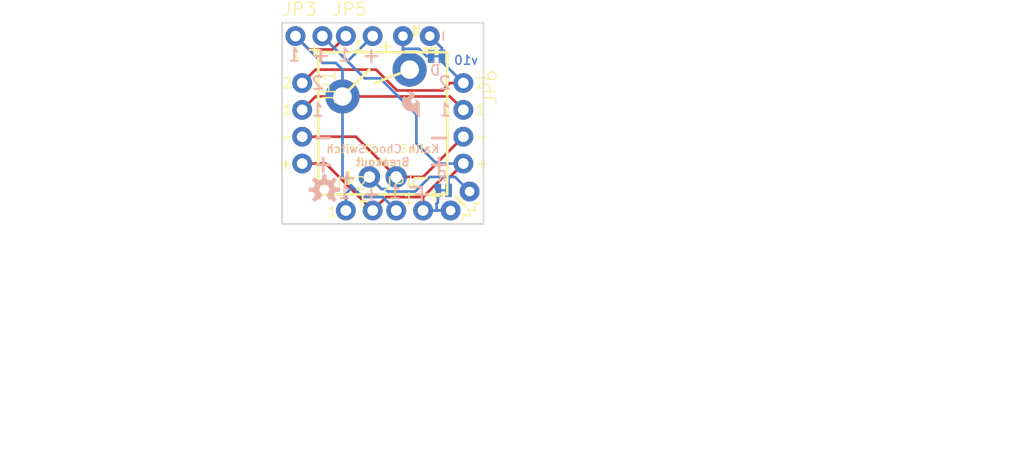
<source format=kicad_pcb>
(kicad_pcb (version 20171130) (host pcbnew "(5.1.2)-1")

  (general
    (thickness 1.6)
    (drawings 73)
    (tracks 68)
    (zones 0)
    (modules 16)
    (nets 7)
  )

  (page A4)
  (layers
    (0 Top signal)
    (31 Bottom signal)
    (32 B.Adhes user)
    (33 F.Adhes user)
    (34 B.Paste user)
    (35 F.Paste user)
    (36 B.SilkS user)
    (37 F.SilkS user)
    (38 B.Mask user)
    (39 F.Mask user)
    (40 Dwgs.User user hide)
    (41 Cmts.User user)
    (42 Eco1.User user)
    (43 Eco2.User user)
    (44 Edge.Cuts user)
    (45 Margin user)
    (46 B.CrtYd user)
    (47 F.CrtYd user)
    (48 B.Fab user)
    (49 F.Fab user)
  )

  (setup
    (last_trace_width 0.25)
    (trace_clearance 0.2)
    (zone_clearance 0.508)
    (zone_45_only no)
    (trace_min 0.2)
    (via_size 0.8)
    (via_drill 0.4)
    (via_min_size 0.4)
    (via_min_drill 0.3)
    (uvia_size 0.3)
    (uvia_drill 0.1)
    (uvias_allowed no)
    (uvia_min_size 0.2)
    (uvia_min_drill 0.1)
    (edge_width 0.05)
    (segment_width 0.2)
    (pcb_text_width 0.3)
    (pcb_text_size 1.5 1.5)
    (mod_edge_width 0.12)
    (mod_text_size 1 1)
    (mod_text_width 0.15)
    (pad_size 1.524 1.524)
    (pad_drill 0.762)
    (pad_to_mask_clearance 0.051)
    (solder_mask_min_width 0.25)
    (aux_axis_origin 0 0)
    (visible_elements FFF9FF7F)
    (pcbplotparams
      (layerselection 0x010fc_ffffffff)
      (usegerberextensions false)
      (usegerberattributes false)
      (usegerberadvancedattributes false)
      (creategerberjobfile false)
      (excludeedgelayer true)
      (linewidth 0.101600)
      (plotframeref false)
      (viasonmask false)
      (mode 1)
      (useauxorigin false)
      (hpglpennumber 1)
      (hpglpenspeed 20)
      (hpglpendiameter 15.000000)
      (psnegative false)
      (psa4output false)
      (plotreference true)
      (plotvalue true)
      (plotinvisibletext false)
      (padsonsilk false)
      (subtractmaskfromsilk false)
      (outputformat 1)
      (mirror false)
      (drillshape 1)
      (scaleselection 1)
      (outputdirectory ""))
  )

  (net 0 "")
  (net 1 "Net-(D1-PadA)")
  (net 2 /SWITCH1)
  (net 3 /LEDC)
  (net 4 "Net-(R1-PadP$2)")
  (net 5 /LEDA)
  (net 6 /SWITCH2)

  (net_class Default "This is the default net class."
    (clearance 0.2)
    (trace_width 0.25)
    (via_dia 0.8)
    (via_drill 0.4)
    (uvia_dia 0.3)
    (uvia_drill 0.1)
    (add_net /LEDA)
    (add_net /LEDC)
    (add_net /SWITCH1)
    (add_net /SWITCH2)
    (add_net "Net-(D1-PadA)")
    (add_net "Net-(R1-PadP$2)")
  )

  (module SparkFun-Cherry-MX-Switch-Breakout:CREATIVE_COMMONS (layer Top) (tedit 0) (tstamp 5DB0BA3E)
    (at 132.6261 136.1186)
    (path /CC96BE83)
    (fp_text reference FRAME1 (at 0 0) (layer F.SilkS) hide
      (effects (font (size 1.27 1.27) (thickness 0.15)))
    )
    (fp_text value FRAME-LETTER (at 0 0) (layer F.SilkS) hide
      (effects (font (size 1.27 1.27) (thickness 0.15)))
    )
    (fp_text user "Designed by:" (at 11.43 0) (layer F.Fab)
      (effects (font (size 1.6891 1.6891) (thickness 0.14224)) (justify left bottom))
    )
    (fp_text user " https://creativecommons.org/licenses/by-sa/4.0/" (at 0 -2.54) (layer F.Fab)
      (effects (font (size 1.6891 1.6891) (thickness 0.14224)) (justify left bottom))
    )
    (fp_text user "Released under the Creative Commons Attribution Share-Alike 4.0 License" (at -20.32 -5.08) (layer F.Fab)
      (effects (font (size 1.6891 1.6891) (thickness 0.14224)) (justify left bottom))
    )
  )

  (module SparkFun-Cherry-MX-Switch-Breakout:CHERRY-MX-LED (layer Top) (tedit 0) (tstamp 5DB0BA44)
    (at 148.5011 105.0036)
    (path /788C9994)
    (fp_text reference S1 (at 0 0) (layer F.SilkS) hide
      (effects (font (size 1.27 1.27) (thickness 0.15)))
    )
    (fp_text value CHERRY-MX-LED (at 0 0) (layer F.SilkS) hide
      (effects (font (size 1.27 1.27) (thickness 0.15)))
    )
    (fp_line (start -6.096 6.731) (end -6.096 -6.731) (layer F.SilkS) (width 0.254))
    (fp_line (start 6.096 6.731) (end -6.096 6.731) (layer F.SilkS) (width 0.254))
    (fp_line (start 6.096 -6.731) (end 6.096 6.731) (layer F.SilkS) (width 0.254))
    (fp_line (start -6.096 -6.731) (end 6.096 -6.731) (layer F.SilkS) (width 0.254))
    (fp_line (start 2.54 -5.08) (end -0.762 -3.81) (layer F.SilkS) (width 0.254))
    (fp_line (start -3.81 -2.54) (end -1.27 -5.08) (layer F.SilkS) (width 0.254))
    (fp_line (start -0.762 6.731) (end -3.175 6.731) (layer F.Fab) (width 0.254))
    (fp_line (start 0.762 7.747) (end -0.762 7.747) (layer F.Fab) (width 0.254))
    (fp_line (start -0.762 7.747) (end -0.762 6.731) (layer F.Fab) (width 0.254))
    (fp_line (start 0.762 6.731) (end 0.762 7.747) (layer F.Fab) (width 0.254))
    (fp_line (start 3.175 6.731) (end 0.762 6.731) (layer F.Fab) (width 0.254))
    (fp_line (start 0.762 -6.731) (end 3.175 -6.731) (layer F.Fab) (width 0.254))
    (fp_line (start 0.762 -7.747) (end 0.762 -6.731) (layer F.Fab) (width 0.254))
    (fp_line (start -0.762 -7.747) (end 0.762 -7.747) (layer F.Fab) (width 0.254))
    (fp_line (start -0.762 -6.731) (end -0.762 -7.747) (layer F.Fab) (width 0.254))
    (fp_line (start -3.175 -6.731) (end -0.762 -6.731) (layer F.Fab) (width 0.254))
    (fp_line (start -6.731 6.731) (end -6.731 -6.731) (layer F.Fab) (width 0.254))
    (fp_line (start -6.731 6.731) (end -7.747 6.731) (layer F.Fab) (width 0.254))
    (fp_arc (start -6.731 6.731) (end -7.747 6.731) (angle -90) (layer F.Fab) (width 0.254))
    (fp_line (start -6.731 7.747) (end -3.175 7.747) (layer F.Fab) (width 0.254))
    (fp_line (start -3.175 7.747) (end -3.175 6.731) (layer F.Fab) (width 0.254))
    (fp_line (start 3.175 7.747) (end 3.175 6.731) (layer F.Fab) (width 0.254))
    (fp_line (start 6.731 7.747) (end 3.175 7.747) (layer F.Fab) (width 0.254))
    (fp_arc (start 6.731 6.731) (end 7.747 6.731) (angle 90) (layer F.Fab) (width 0.254))
    (fp_line (start 6.731 6.731) (end 7.747 6.731) (layer F.Fab) (width 0.254))
    (fp_line (start 6.731 -6.731) (end 6.731 6.731) (layer F.Fab) (width 0.254))
    (fp_line (start 6.731 -7.747) (end 3.175 -7.747) (layer F.Fab) (width 0.254))
    (fp_arc (start 6.731 -6.731) (end 7.747 -6.731) (angle -90) (layer F.Fab) (width 0.254))
    (fp_line (start 6.731 -6.731) (end 7.747 -6.731) (layer F.Fab) (width 0.254))
    (fp_line (start 3.175 -7.747) (end 3.175 -6.731) (layer F.Fab) (width 0.254))
    (fp_line (start -3.175 -7.747) (end -3.175 -6.731) (layer F.Fab) (width 0.254))
    (fp_line (start -6.731 -7.747) (end -3.175 -7.747) (layer F.Fab) (width 0.254))
    (fp_arc (start -6.731 -6.731) (end -7.747 -6.731) (angle 90) (layer F.Fab) (width 0.254))
    (fp_line (start -6.731 -6.731) (end -7.747 -6.731) (layer F.Fab) (width 0.254))
    (fp_text user - (at 2.54 5.08) (layer F.SilkS)
      (effects (font (size 1.4478 1.4478) (thickness 0.2286)) (justify left))
    )
    (fp_text user + (at -2.159 5.08) (layer F.SilkS)
      (effects (font (size 1.4478 1.4478) (thickness 0.2286)) (justify right))
    )
    (pad S2 thru_hole circle (at 2.54 -5.08) (size 3.2258 3.2258) (drill 1.7526) (layers *.Cu *.Mask)
      (net 1 "Net-(D1-PadA)") (solder_mask_margin 0.1016))
    (pad S1 thru_hole circle (at -3.81 -2.54) (size 3.2258 3.2258) (drill 1.7526) (layers *.Cu *.Mask)
      (net 2 /SWITCH1) (solder_mask_margin 0.1016))
    (pad K thru_hole circle (at 1.27 5.08) (size 2.032 2.032) (drill 1.0922) (layers *.Cu *.Mask)
      (net 3 /LEDC) (solder_mask_margin 0.1016))
    (pad A thru_hole circle (at -1.27 5.08) (size 2.032 2.032) (drill 1.0922) (layers *.Cu *.Mask)
      (net 4 "Net-(R1-PadP$2)") (solder_mask_margin 0.1016))
    (pad "" np_thru_hole circle (at 5.08 0) (size 1.706881 1.706881) (drill 1.706881) (layers *.Cu *.Mask))
    (pad "" np_thru_hole circle (at -5.08 0) (size 1.706881 1.706881) (drill 1.706881) (layers *.Cu *.Mask))
    (pad "" np_thru_hole circle (at 0 0) (size 4.0894 4.0894) (drill 4.0894) (layers *.Cu *.Mask))
  )

  (module SparkFun-Cherry-MX-Switch-Breakout:AXIAL-0.1 (layer Top) (tedit 0) (tstamp 5DB0BA72)
    (at 154.9146 113.2586 45)
    (path /B9DEF92E)
    (fp_text reference R1 (at 0 0 45) (layer F.SilkS) hide
      (effects (font (size 0.57912 0.57912) (thickness 0.046329)) (justify left bottom))
    )
    (fp_text value DNP (at 0 0 45) (layer F.SilkS) hide
      (effects (font (size 1.27 1.27) (thickness 0.15)))
    )
    (fp_line (start 1.27 0) (end 1.016 0) (layer F.SilkS) (width 0.2032))
    (fp_line (start 1.524 0) (end 1.27 0) (layer F.SilkS) (width 0.2032))
    (fp_line (start 1.27 0) (end 1.27 -0.762) (layer F.SilkS) (width 0.2032))
    (fp_line (start 1.27 0.762) (end 1.27 0) (layer F.SilkS) (width 0.2032))
    (pad P$2 thru_hole circle (at 2.54 0 45) (size 1.8796 1.8796) (drill 0.9) (layers *.Cu *.Mask)
      (net 4 "Net-(R1-PadP$2)") (solder_mask_margin 0.1016))
    (pad P$1 thru_hole circle (at 0 0 45) (size 1.8796 1.8796) (drill 0.9) (layers *.Cu *.Mask)
      (net 5 /LEDA) (solder_mask_margin 0.1016))
  )

  (module SparkFun-Cherry-MX-Switch-Breakout:DIODE-PTH-0.1 (layer Top) (tedit 0) (tstamp 5DB0BA7D)
    (at 151.6761 96.7486)
    (path /2A35FEF5)
    (fp_text reference D1 (at 0 0) (layer F.SilkS) hide
      (effects (font (size 0.38608 0.38608) (thickness 0.030886)) (justify left bottom))
    )
    (fp_text value DNP (at 0 0) (layer F.SilkS) hide
      (effects (font (size 1.27 1.27) (thickness 0.15)))
    )
    (fp_line (start 0.762 1.1938) (end 1.778 1.1938) (layer F.SilkS) (width 0.254))
    (fp_text user >Value (at 0 1.27) (layer F.Fab)
      (effects (font (size 0.43434 0.43434) (thickness 0.036576)) (justify top))
    )
    (pad C thru_hole circle (at 1.27 0) (size 1.8796 1.8796) (drill 0.9) (layers *.Cu *.Mask)
      (net 6 /SWITCH2) (solder_mask_margin 0.1016))
    (pad A thru_hole circle (at -1.27 0) (size 1.8796 1.8796) (drill 0.9) (layers *.Cu *.Mask)
      (net 1 "Net-(D1-PadA)") (solder_mask_margin 0.1016))
  )

  (module SparkFun-Cherry-MX-Switch-Breakout:PAD-JUMPER-2-NC_BY_TRACE_NO_SILK (layer Bottom) (tedit 0) (tstamp 5DB0BA85)
    (at 154.2161 111.3536)
    (path /666E743F)
    (fp_text reference SJ1 (at 0 0.889) (layer B.SilkS)
      (effects (font (size 0.38608 0.38608) (thickness 0.032512)) (justify bottom mirror))
    )
    (fp_text value JUMPER-PAD-2-NC_BY_TRACENO_SILK (at 0 -0.889) (layer B.Fab)
      (effects (font (size 0.38608 0.38608) (thickness 0.032512)) (justify top mirror))
    )
    (fp_line (start -0.381 0) (end 0.381 0) (layer Bottom) (width 0.2032))
    (pad 2 smd rect (at 0.508 0) (size 0.635 1.27) (layers Bottom B.Mask)
      (net 4 "Net-(R1-PadP$2)") (solder_mask_margin 0.1016))
    (pad 1 smd rect (at -0.508 0) (size 0.635 1.27) (layers Bottom B.Mask)
      (net 5 /LEDA) (solder_mask_margin 0.1016))
  )

  (module SparkFun-Cherry-MX-Switch-Breakout:PAD-JUMPER-2-NC_BY_TRACE_NO_SILK (layer Bottom) (tedit 0) (tstamp 5DB0BA8B)
    (at 153.5811 98.6536)
    (path /2B525D20)
    (fp_text reference SJ2 (at 0 0.889) (layer B.SilkS)
      (effects (font (size 0.38608 0.38608) (thickness 0.032512)) (justify bottom mirror))
    )
    (fp_text value JUMPER-PAD-2-NC_BY_TRACENO_SILK (at 0 -0.889) (layer B.Fab)
      (effects (font (size 0.38608 0.38608) (thickness 0.032512)) (justify top mirror))
    )
    (fp_line (start -0.381 0) (end 0.381 0) (layer Bottom) (width 0.2032))
    (pad 2 smd rect (at 0.508 0) (size 0.635 1.27) (layers Bottom B.Mask)
      (net 6 /SWITCH2) (solder_mask_margin 0.1016))
    (pad 1 smd rect (at -0.508 0) (size 0.635 1.27) (layers Bottom B.Mask)
      (net 1 "Net-(D1-PadA)") (solder_mask_margin 0.1016))
  )

  (module SparkFun-Cherry-MX-Switch-Breakout:1X04_NO_SILK_ALL_ROUND (layer Top) (tedit 0) (tstamp 5DB0BA91)
    (at 140.8811 101.1936 270)
    (path /0B60073D)
    (fp_text reference JP1 (at -1.3462 -1.8288 270) (layer F.SilkS)
      (effects (font (size 1.2065 1.2065) (thickness 0.127)) (justify right top))
    )
    (fp_text value M04NO_SILK_ALL_ROUND (at -1.27 3.175 270) (layer F.Fab)
      (effects (font (size 1.2065 1.2065) (thickness 0.1016)) (justify right top))
    )
    (fp_poly (pts (xy -0.254 0.254) (xy 0.254 0.254) (xy 0.254 -0.254) (xy -0.254 -0.254)) (layer F.Fab) (width 0))
    (fp_poly (pts (xy 2.286 0.254) (xy 2.794 0.254) (xy 2.794 -0.254) (xy 2.286 -0.254)) (layer F.Fab) (width 0))
    (fp_poly (pts (xy 4.826 0.254) (xy 5.334 0.254) (xy 5.334 -0.254) (xy 4.826 -0.254)) (layer F.Fab) (width 0))
    (fp_poly (pts (xy 7.366 0.254) (xy 7.874 0.254) (xy 7.874 -0.254) (xy 7.366 -0.254)) (layer F.Fab) (width 0))
    (pad 4 thru_hole circle (at 7.62 0) (size 1.8796 1.8796) (drill 1.016) (layers *.Cu *.Mask)
      (net 5 /LEDA) (solder_mask_margin 0.1016))
    (pad 3 thru_hole circle (at 5.08 0) (size 1.8796 1.8796) (drill 1.016) (layers *.Cu *.Mask)
      (net 3 /LEDC) (solder_mask_margin 0.1016))
    (pad 2 thru_hole circle (at 2.54 0) (size 1.8796 1.8796) (drill 1.016) (layers *.Cu *.Mask)
      (net 2 /SWITCH1) (solder_mask_margin 0.1016))
    (pad 1 thru_hole circle (at 0 0) (size 1.8796 1.8796) (drill 1.016) (layers *.Cu *.Mask)
      (net 6 /SWITCH2) (solder_mask_margin 0.1016))
  )

  (module SparkFun-Cherry-MX-Switch-Breakout:1X04_NO_SILK_ALL_ROUND (layer Top) (tedit 0) (tstamp 5DB0BA9C)
    (at 156.1211 101.1936 270)
    (path /A21E5090)
    (fp_text reference JP6 (at -1.3462 -1.8288 270) (layer F.SilkS)
      (effects (font (size 1.2065 1.2065) (thickness 0.127)) (justify right top))
    )
    (fp_text value M04NO_SILK_ALL_ROUND (at -1.27 3.175 270) (layer F.Fab)
      (effects (font (size 1.2065 1.2065) (thickness 0.1016)) (justify right top))
    )
    (fp_poly (pts (xy -0.254 0.254) (xy 0.254 0.254) (xy 0.254 -0.254) (xy -0.254 -0.254)) (layer F.Fab) (width 0))
    (fp_poly (pts (xy 2.286 0.254) (xy 2.794 0.254) (xy 2.794 -0.254) (xy 2.286 -0.254)) (layer F.Fab) (width 0))
    (fp_poly (pts (xy 4.826 0.254) (xy 5.334 0.254) (xy 5.334 -0.254) (xy 4.826 -0.254)) (layer F.Fab) (width 0))
    (fp_poly (pts (xy 7.366 0.254) (xy 7.874 0.254) (xy 7.874 -0.254) (xy 7.366 -0.254)) (layer F.Fab) (width 0))
    (pad 4 thru_hole circle (at 7.62 0) (size 1.8796 1.8796) (drill 1.016) (layers *.Cu *.Mask)
      (net 5 /LEDA) (solder_mask_margin 0.1016))
    (pad 3 thru_hole circle (at 5.08 0) (size 1.8796 1.8796) (drill 1.016) (layers *.Cu *.Mask)
      (net 3 /LEDC) (solder_mask_margin 0.1016))
    (pad 2 thru_hole circle (at 2.54 0) (size 1.8796 1.8796) (drill 1.016) (layers *.Cu *.Mask)
      (net 2 /SWITCH1) (solder_mask_margin 0.1016))
    (pad 1 thru_hole circle (at 0 0) (size 1.8796 1.8796) (drill 1.016) (layers *.Cu *.Mask)
      (net 6 /SWITCH2) (solder_mask_margin 0.1016))
  )

  (module SparkFun-Cherry-MX-Switch-Breakout:1X02_NO_SILK (layer Top) (tedit 0) (tstamp 5DB0BAA7)
    (at 140.2461 96.7486)
    (path /8182258E)
    (fp_text reference JP3 (at -1.3462 -1.8288) (layer F.SilkS)
      (effects (font (size 1.2065 1.2065) (thickness 0.127)) (justify left bottom))
    )
    (fp_text value M021X02_NO_SILK (at -1.27 3.175) (layer F.Fab)
      (effects (font (size 1.2065 1.2065) (thickness 0.1016)) (justify left bottom))
    )
    (fp_poly (pts (xy -0.254 0.254) (xy 0.254 0.254) (xy 0.254 -0.254) (xy -0.254 -0.254)) (layer F.Fab) (width 0))
    (fp_poly (pts (xy 2.286 0.254) (xy 2.794 0.254) (xy 2.794 -0.254) (xy 2.286 -0.254)) (layer F.Fab) (width 0))
    (pad 2 thru_hole circle (at 2.54 0 90) (size 1.8796 1.8796) (drill 1.016) (layers *.Cu *.Mask)
      (net 5 /LEDA) (solder_mask_margin 0.1016))
    (pad 1 thru_hole circle (at 0 0 90) (size 1.8796 1.8796) (drill 1.016) (layers *.Cu *.Mask)
      (net 2 /SWITCH1) (solder_mask_margin 0.1016))
  )

  (module SparkFun-Cherry-MX-Switch-Breakout:1X02_NO_SILK (layer Top) (tedit 0) (tstamp 5DB0BAAE)
    (at 149.7711 113.2586)
    (path /193933AB)
    (fp_text reference JP4 (at -1.3462 -1.8288) (layer F.SilkS)
      (effects (font (size 1.2065 1.2065) (thickness 0.127)) (justify left bottom))
    )
    (fp_text value M021X02_NO_SILK (at -1.27 3.175) (layer F.Fab)
      (effects (font (size 1.2065 1.2065) (thickness 0.1016)) (justify left bottom))
    )
    (fp_poly (pts (xy -0.254 0.254) (xy 0.254 0.254) (xy 0.254 -0.254) (xy -0.254 -0.254)) (layer F.Fab) (width 0))
    (fp_poly (pts (xy 2.286 0.254) (xy 2.794 0.254) (xy 2.794 -0.254) (xy 2.286 -0.254)) (layer F.Fab) (width 0))
    (pad 2 thru_hole circle (at 2.54 0 90) (size 1.8796 1.8796) (drill 1.016) (layers *.Cu *.Mask)
      (net 5 /LEDA) (solder_mask_margin 0.1016))
    (pad 1 thru_hole circle (at 0 0 90) (size 1.8796 1.8796) (drill 1.016) (layers *.Cu *.Mask)
      (net 2 /SWITCH1) (solder_mask_margin 0.1016))
  )

  (module SparkFun-Cherry-MX-Switch-Breakout:1X02_NO_SILK (layer Top) (tedit 0) (tstamp 5DB0BAB5)
    (at 145.0086 96.7486)
    (path /056852D9)
    (fp_text reference JP5 (at -1.3462 -1.8288) (layer F.SilkS)
      (effects (font (size 1.2065 1.2065) (thickness 0.127)) (justify left bottom))
    )
    (fp_text value M021X02_NO_SILK (at -1.27 3.175) (layer F.Fab)
      (effects (font (size 1.2065 1.2065) (thickness 0.1016)) (justify left bottom))
    )
    (fp_poly (pts (xy -0.254 0.254) (xy 0.254 0.254) (xy 0.254 -0.254) (xy -0.254 -0.254)) (layer F.Fab) (width 0))
    (fp_poly (pts (xy 2.286 0.254) (xy 2.794 0.254) (xy 2.794 -0.254) (xy 2.286 -0.254)) (layer F.Fab) (width 0))
    (pad 2 thru_hole circle (at 2.54 0 90) (size 1.8796 1.8796) (drill 1.016) (layers *.Cu *.Mask)
      (net 5 /LEDA) (solder_mask_margin 0.1016))
    (pad 1 thru_hole circle (at 0 0 90) (size 1.8796 1.8796) (drill 1.016) (layers *.Cu *.Mask)
      (net 2 /SWITCH1) (solder_mask_margin 0.1016))
  )

  (module SparkFun-Cherry-MX-Switch-Breakout:1X02_NO_SILK (layer Top) (tedit 0) (tstamp 5DB0BABC)
    (at 145.0086 113.2586)
    (path /BAFA783C)
    (fp_text reference JP2 (at -1.3462 -1.8288) (layer F.SilkS)
      (effects (font (size 1.2065 1.2065) (thickness 0.127)) (justify left bottom))
    )
    (fp_text value M021X02_NO_SILK (at -1.27 3.175) (layer F.Fab)
      (effects (font (size 1.2065 1.2065) (thickness 0.1016)) (justify left bottom))
    )
    (fp_poly (pts (xy -0.254 0.254) (xy 0.254 0.254) (xy 0.254 -0.254) (xy -0.254 -0.254)) (layer F.Fab) (width 0))
    (fp_poly (pts (xy 2.286 0.254) (xy 2.794 0.254) (xy 2.794 -0.254) (xy 2.286 -0.254)) (layer F.Fab) (width 0))
    (pad 2 thru_hole circle (at 2.54 0 90) (size 1.8796 1.8796) (drill 1.016) (layers *.Cu *.Mask)
      (net 5 /LEDA) (solder_mask_margin 0.1016))
    (pad 1 thru_hole circle (at 0 0 90) (size 1.8796 1.8796) (drill 1.016) (layers *.Cu *.Mask)
      (net 2 /SWITCH1) (solder_mask_margin 0.1016))
  )

  (module SparkFun-Cherry-MX-Switch-Breakout:SFE_LOGO_FLAME_.1 (layer Bottom) (tedit 0) (tstamp 5DB0BAC3)
    (at 152.3111 104.8766 180)
    (path /6CBFEB06)
    (fp_text reference LOGO2 (at 0 0 180) (layer B.SilkS) hide
      (effects (font (size 1.27 1.27) (thickness 0.15)) (justify mirror))
    )
    (fp_text value SFE_LOGO_FLAME.1_INCH (at 0 0 180) (layer B.SilkS) hide
      (effects (font (size 1.27 1.27) (thickness 0.15)) (justify mirror))
    )
    (fp_poly (pts (xy 1.7 2.49) (xy 1.7 2.4) (xy 1.69 2.37) (xy 1.68 2.35)
      (xy 1.65 2.32) (xy 1.62 2.31) (xy 1.59 2.31) (xy 1.51 2.33)
      (xy 1.47 2.35) (xy 1.44 2.37) (xy 1.4 2.4) (xy 1.34 2.46)
      (xy 1.3 2.52) (xy 1.29 2.56) (xy 1.29 2.62) (xy 1.3 2.65)
      (xy 1.31 2.67) (xy 1.33 2.7) (xy 1.37 2.73) (xy 1.41 2.75)
      (xy 1.46 2.76) (xy 1.5 2.77) (xy 1.56 2.77) (xy 1.58 2.76)
      (xy 1.59 2.76) (xy 1.58 2.77) (xy 1.54 2.8) (xy 1.4 2.87)
      (xy 1.31 2.89) (xy 1.21 2.89) (xy 1.1 2.87) (xy 0.99 2.81)
      (xy 0.9 2.74) (xy 0.85 2.66) (xy 0.82 2.57) (xy 0.82 2.49)
      (xy 0.84 2.4) (xy 0.89 2.31) (xy 0.96 2.23) (xy 1.04 2.14)
      (xy 1.11 2.07) (xy 1.14 1.99) (xy 1.14 1.92) (xy 1.12 1.86)
      (xy 1.08 1.81) (xy 1.02 1.77) (xy 0.94 1.75) (xy 0.86 1.75)
      (xy 0.81 1.76) (xy 0.76 1.78) (xy 0.7 1.84) (xy 0.68 1.87)
      (xy 0.67 1.9) (xy 0.67 1.94) (xy 0.68 1.97) (xy 0.74 2.03)
      (xy 0.77 2.04) (xy 0.81 2.06) (xy 0.82 2.07) (xy 0.78 2.09)
      (xy 0.66 2.09) (xy 0.6 2.08) (xy 0.55 2.07) (xy 0.5 2.05)
      (xy 0.46 2.02) (xy 0.41 1.98) (xy 0.35 1.88) (xy 0.33 1.81)
      (xy 0.32 1.73) (xy 0.32 0.36) (xy 0.37 0.41) (xy 0.4 0.46)
      (xy 0.45 0.51) (xy 0.5 0.57) (xy 0.62 0.69) (xy 0.74 0.83)
      (xy 0.84 0.93) (xy 0.94 0.99) (xy 1 1) (xy 1.19 1)
      (xy 1.31 1.02) (xy 1.42 1.05) (xy 1.52 1.09) (xy 1.62 1.15)
      (xy 1.7 1.22) (xy 1.78 1.3) (xy 1.85 1.39) (xy 1.95 1.57)
      (xy 2 1.76) (xy 2.01 1.93) (xy 1.98 2.09) (xy 1.93 2.24)
      (xy 1.86 2.35) (xy 1.78 2.44)) (layer B.SilkS) (width 0))
  )

  (module SparkFun-Cherry-MX-Switch-Breakout:OSHW-LOGO-S (layer Bottom) (tedit 0) (tstamp 5DB0BAC7)
    (at 142.9766 111.2901 180)
    (path /994F8438)
    (fp_text reference LOGO1 (at 0 0 180) (layer B.SilkS) hide
      (effects (font (size 1.27 1.27) (thickness 0.15)) (justify mirror))
    )
    (fp_text value OSHW-LOGOS (at 0 0 180) (layer B.SilkS) hide
      (effects (font (size 1.27 1.27) (thickness 0.15)) (justify mirror))
    )
    (fp_poly (pts (xy 0.3947 -0.9528) (xy 0.5465 -0.8746) (xy 0.9235 -1.182) (xy 1.182 -0.9235)
      (xy 0.8746 -0.5465) (xy 1.0049 -0.232) (xy 1.4888 -0.1828) (xy 1.4888 0.1828)
      (xy 1.0049 0.232) (xy 0.8746 0.5465) (xy 1.182 0.9235) (xy 0.9235 1.182)
      (xy 0.5465 0.8746) (xy 0.394664 0.952817) (xy 0.232 1.0049) (xy 0.1828 1.4888)
      (xy -0.1828 1.4888) (xy -0.232 1.0049) (xy -0.5465 0.8746) (xy -0.9235 1.182)
      (xy -1.182 0.9235) (xy -0.8746 0.5465) (xy -1.0049 0.232) (xy -1.4888 0.1828)
      (xy -1.4888 -0.1828) (xy -1.0049 -0.232) (xy -0.8746 -0.5465) (xy -1.182 -0.9235)
      (xy -0.9235 -1.182) (xy -0.5465 -0.8746) (xy -0.472221 -0.916847) (xy -0.3947 -0.9528)
      (xy -0.1794 -0.4331) (xy -0.179399 -0.4331) (xy -0.3315 -0.331493) (xy -0.4688 0)
      (xy -0.446639 0.142321) (xy -0.382309 0.271193) (xy -0.281885 0.374447) (xy -0.154849 0.442333)
      (xy -0.013199 0.468439) (xy 0.129691 0.450302) (xy 0.260326 0.389633) (xy 0.366372 0.292161)
      (xy 0.437814 0.167091) (xy 0.467906 0.026234) (xy 0.453806 -0.117111) (xy 0.396846 -0.249406)
      (xy 0.302405 -0.358159) (xy 0.1794 -0.4331)) (layer B.SilkS) (width 0))
  )

  (module SparkFun-Cherry-MX-Switch-Breakout:STAND-OFF-2-56 (layer Top) (tedit 0) (tstamp 5DB0BACB)
    (at 140.5636 112.9411)
    (path /B412F2A4)
    (fp_text reference STANDOFF2 (at 0 0) (layer F.SilkS) hide
      (effects (font (size 1.27 1.27) (thickness 0.15)))
    )
    (fp_text value STAND-OFF2-56 (at 0 0) (layer F.SilkS) hide
      (effects (font (size 1.27 1.27) (thickness 0.15)))
    )
    (fp_circle (center 0 0) (end 2.1209 0) (layer Dwgs.User) (width 0.127))
    (fp_arc (start 0 0) (end 0 1.3462) (angle 180) (layer Dwgs.User) (width 0.2032))
    (fp_arc (start 0 0) (end 0 1.3462) (angle -180) (layer Dwgs.User) (width 0.2032))
    (fp_arc (start 0 0) (end 0 1.3462) (angle 180) (layer Dwgs.User) (width 0.2032))
    (fp_arc (start 0 0) (end 0 -1.3462) (angle 180) (layer Dwgs.User) (width 0.2032))
    (pad "" np_thru_hole circle (at 0 0) (size 2.4384 2.4384) (drill 2.4384) (layers *.Cu *.Mask))
  )

  (module SparkFun-Cherry-MX-Switch-Breakout:STAND-OFF-2-56 (layer Top) (tedit 0) (tstamp 5DB0BAD4)
    (at 156.4386 97.0661)
    (path /8BDC6CF5)
    (fp_text reference STANDOFF1 (at 0 0) (layer F.SilkS) hide
      (effects (font (size 1.27 1.27) (thickness 0.15)))
    )
    (fp_text value STAND-OFF2-56 (at 0 0) (layer F.SilkS) hide
      (effects (font (size 1.27 1.27) (thickness 0.15)))
    )
    (fp_circle (center 0 0) (end 2.1209 0) (layer Dwgs.User) (width 0.127))
    (fp_arc (start 0 0) (end 0 1.3462) (angle 180) (layer Dwgs.User) (width 0.2032))
    (fp_arc (start 0 0) (end 0 1.3462) (angle -180) (layer Dwgs.User) (width 0.2032))
    (fp_arc (start 0 0) (end 0 1.3462) (angle 180) (layer Dwgs.User) (width 0.2032))
    (fp_arc (start 0 0) (end 0 -1.3462) (angle 180) (layer Dwgs.User) (width 0.2032))
    (pad "" np_thru_hole circle (at 0 0) (size 2.4384 2.4384) (drill 2.4384) (layers *.Cu *.Mask))
  )

  (gr_line (start 138.9761 114.5286) (end 138.9761 95.4786) (layer Edge.Cuts) (width 0.15) (tstamp F8E6110))
  (gr_line (start 138.9761 95.4786) (end 158.0261 95.4786) (layer Edge.Cuts) (width 0.15) (tstamp F8E43B0))
  (gr_line (start 158.0261 95.4786) (end 158.0261 114.5286) (layer Edge.Cuts) (width 0.15) (tstamp F8E5490))
  (gr_line (start 158.0261 114.5286) (end 138.9761 114.5286) (layer Edge.Cuts) (width 0.15) (tstamp F8E5530))
  (gr_text 2 (at 141.6431 101.1936) (layer B.SilkS) (tstamp F8E46D0)
    (effects (font (size 1.2065 1.2065) (thickness 0.1905)) (justify right mirror))
  )
  (gr_text 1 (at 141.6431 103.7336) (layer B.SilkS) (tstamp F8E6430)
    (effects (font (size 1.2065 1.2065) (thickness 0.1905)) (justify right mirror))
  )
  (gr_text - (at 141.6431 106.2736) (layer B.SilkS) (tstamp F8E4BD0)
    (effects (font (size 1.6891 1.6891) (thickness 0.2667)) (justify right mirror))
  )
  (gr_text + (at 141.6431 108.8136) (layer B.SilkS) (tstamp F8E55D0)
    (effects (font (size 1.6891 1.6891) (thickness 0.2667)) (justify right mirror))
  )
  (gr_text 2 (at 155.0416 101.1936) (layer B.SilkS) (tstamp F8E6750)
    (effects (font (size 1.2065 1.2065) (thickness 0.1905)) (justify left mirror))
  )
  (gr_text 1 (at 155.0416 103.7336) (layer B.SilkS) (tstamp F8E57B0)
    (effects (font (size 1.2065 1.2065) (thickness 0.1905)) (justify left mirror))
  )
  (gr_text - (at 155.0416 106.2736) (layer B.SilkS) (tstamp F8E5990)
    (effects (font (size 1.6891 1.6891) (thickness 0.2667)) (justify left mirror))
  )
  (gr_text + (at 155.0416 108.8136) (layer B.SilkS) (tstamp F8E5A30)
    (effects (font (size 1.6891 1.6891) (thickness 0.2667)) (justify left mirror))
  )
  (gr_text 1 (at 144.8816 112.2426) (layer B.SilkS) (tstamp F8E67F0)
    (effects (font (size 1.2065 1.2065) (thickness 0.1905)) (justify bottom mirror))
  )
  (gr_text + (at 147.4216 112.4966) (layer B.SilkS) (tstamp F8E6890)
    (effects (font (size 1.4478 1.4478) (thickness 0.2286)) (justify bottom mirror))
  )
  (gr_text 1 (at 149.6441 112.2426) (layer B.SilkS) (tstamp F8E5B70)
    (effects (font (size 1.2065 1.2065) (thickness 0.1905)) (justify bottom mirror))
  )
  (gr_text + (at 152.1841 112.4966) (layer B.SilkS) (tstamp F8E5DF0)
    (effects (font (size 1.4478 1.4478) (thickness 0.2286)) (justify bottom mirror))
  )
  (gr_text 1 (at 140.1191 97.8281) (layer B.SilkS) (tstamp F8E4130)
    (effects (font (size 1.2065 1.2065) (thickness 0.1905)) (justify top mirror))
  )
  (gr_text + (at 142.6591 97.7011) (layer B.SilkS) (tstamp F8E41D0)
    (effects (font (size 1.4478 1.4478) (thickness 0.2286)) (justify top mirror))
  )
  (gr_text 1 (at 144.8816 97.8281) (layer B.SilkS) (tstamp F8E44F0)
    (effects (font (size 1.2065 1.2065) (thickness 0.1905)) (justify top mirror))
  )
  (gr_text + (at 147.4216 97.7011) (layer B.SilkS) (tstamp F8E8190)
    (effects (font (size 1.4478 1.4478) (thickness 0.2286)) (justify top mirror))
  )
  (gr_text 2 (at 140.0556 101.1936) (layer F.SilkS) (tstamp F8E8E10)
    (effects (font (size 0.9652 0.9652) (thickness 0.1524)) (justify right))
  )
  (gr_text 1 (at 140.0556 103.7336) (layer F.SilkS) (tstamp F8E8550)
    (effects (font (size 0.9652 0.9652) (thickness 0.1524)) (justify right))
  )
  (gr_text - (at 140.1191 106.2736) (layer F.SilkS) (tstamp F8E6C50)
    (effects (font (size 1.08585 1.08585) (thickness 0.17145)) (justify right))
  )
  (gr_text + (at 140.1191 108.8136) (layer F.SilkS) (tstamp F8E6CF0)
    (effects (font (size 1.08585 1.08585) (thickness 0.17145)) (justify right))
  )
  (gr_text 2 (at 157.1752 101.1936) (layer F.SilkS) (tstamp F8E7E70)
    (effects (font (size 0.9652 0.9652) (thickness 0.1524)) (justify left))
  )
  (gr_text 1 (at 157.1752 103.7336) (layer F.SilkS) (tstamp F8E8CD0)
    (effects (font (size 0.9652 0.9652) (thickness 0.1524)) (justify left))
  )
  (gr_text - (at 157.1117 106.2736) (layer F.SilkS) (tstamp F8E8410)
    (effects (font (size 1.08585 1.08585) (thickness 0.17145)) (justify left))
  )
  (gr_text + (at 157.1117 108.8136) (layer F.SilkS) (tstamp F8E8AF0)
    (effects (font (size 1.08585 1.08585) (thickness 0.17145)) (justify left))
  )
  (gr_text 1 (at 140.3096 97.8281) (layer F.SilkS) (tstamp F8E8050)
    (effects (font (size 0.9652 0.9652) (thickness 0.1524)) (justify top))
  )
  (gr_text + (at 142.0241 97.2566) (layer F.SilkS) (tstamp F8E7BF0)
    (effects (font (size 1.2065 1.2065) (thickness 0.1905)) (justify top))
  )
  (gr_text 1 (at 146.2151 97.0661) (layer F.SilkS) (tstamp F8E7830)
    (effects (font (size 0.9652 0.9652) (thickness 0.1524)) (justify top))
  )
  (gr_text + (at 148.8186 96.9391) (layer F.SilkS) (tstamp F8E78D0)
    (effects (font (size 1.2065 1.2065) (thickness 0.1905)) (justify top))
  )
  (gr_text 1 (at 144.3101 113.3856) (layer F.SilkS) (tstamp F8E7C90)
    (effects (font (size 0.9652 0.9652) (thickness 0.1524)) (justify right))
  )
  (gr_text + (at 146.5961 113.0046) (layer F.SilkS) (tstamp F8E7290)
    (effects (font (size 1.2065 1.2065) (thickness 0.1905)) (justify bottom))
  )
  (gr_text 1 (at 150.9776 112.6871) (layer F.SilkS) (tstamp F8E7650)
    (effects (font (size 0.9652 0.9652) (thickness 0.1524)) (justify bottom))
  )
  (gr_text + (at 153.3271 112.7506 90) (layer F.SilkS) (tstamp F8E69D0)
    (effects (font (size 1.2065 1.2065) (thickness 0.1905)) (justify left))
  )
  (gr_text v10 (at 156.3751 99.0346) (layer Bottom) (tstamp F8E7DD0)
    (effects (font (size 0.84455 0.84455) (thickness 0.13335)) (justify mirror))
  )
  (gr_text "Kailh Choc Switch\nBreakout" (at 148.5011 108.0516) (layer B.SilkS) (tstamp F8E7AB0)
    (effects (font (size 0.77216 0.77216) (thickness 0.12192)) (justify mirror))
  )
  (gr_text "Kailh Choc Switch\nBreakout" (at 148.5011 108.0516) (layer F.SilkS) (tstamp F8E7F10)
    (effects (font (size 0.77216 0.77216) (thickness 0.12192)))
  )
  (dimension 6.0325 (width 0.1) (layer Dwgs.User)
    (gr_text "6.032 mm" (at 141.99235 117.5566) (layer Dwgs.User)
      (effects (font (size 1 1) (thickness 0.15)))
    )
    (feature1 (pts (xy 145.0086 113.8936) (xy 145.0086 116.893021)))
    (feature2 (pts (xy 138.9761 113.8936) (xy 138.9761 116.893021)))
    (crossbar (pts (xy 138.9761 116.3066) (xy 145.0086 116.3066)))
    (arrow1a (pts (xy 145.0086 116.3066) (xy 143.882096 116.893021)))
    (arrow1b (pts (xy 145.0086 116.3066) (xy 143.882096 115.720179)))
    (arrow2a (pts (xy 138.9761 116.3066) (xy 140.102604 116.893021)))
    (arrow2b (pts (xy 138.9761 116.3066) (xy 140.102604 115.720179)))
  )
  (dimension 10.795 (width 0.1) (layer Dwgs.User)
    (gr_text "10.795 mm" (at 144.3736 122.7636) (layer Dwgs.User)
      (effects (font (size 1 1) (thickness 0.15)))
    )
    (feature1 (pts (xy 149.7711 113.8936) (xy 149.7711 122.100021)))
    (feature2 (pts (xy 138.9761 113.8936) (xy 138.9761 122.100021)))
    (crossbar (pts (xy 138.9761 121.5136) (xy 149.7711 121.5136)))
    (arrow1a (pts (xy 149.7711 121.5136) (xy 148.644596 122.100021)))
    (arrow1b (pts (xy 149.7711 121.5136) (xy 148.644596 120.927179)))
    (arrow2a (pts (xy 138.9761 121.5136) (xy 140.102604 122.100021)))
    (arrow2b (pts (xy 138.9761 121.5136) (xy 140.102604 120.927179)))
  )
  (dimension 19.05 (width 0.1) (layer Dwgs.User)
    (gr_text "19.050 mm" (at 148.5011 126.5736) (layer Dwgs.User)
      (effects (font (size 1 1) (thickness 0.15)))
    )
    (feature1 (pts (xy 158.0261 114.5286) (xy 158.0261 125.910021)))
    (feature2 (pts (xy 138.9761 114.5286) (xy 138.9761 125.910021)))
    (crossbar (pts (xy 138.9761 125.3236) (xy 158.0261 125.3236)))
    (arrow1a (pts (xy 158.0261 125.3236) (xy 156.899596 125.910021)))
    (arrow1b (pts (xy 158.0261 125.3236) (xy 156.899596 124.737179)))
    (arrow2a (pts (xy 138.9761 125.3236) (xy 140.102604 125.910021)))
    (arrow2b (pts (xy 138.9761 125.3236) (xy 140.102604 124.737179)))
  )
  (dimension 1.905 (width 0.1) (layer Dwgs.User)
    (gr_text "1.905 mm" (at 139.9286 120.8586) (layer Dwgs.User)
      (effects (font (size 1 1) (thickness 0.15)))
    )
    (feature1 (pts (xy 140.8811 107.8611) (xy 140.8811 120.195021)))
    (feature2 (pts (xy 138.9761 107.8611) (xy 138.9761 120.195021)))
    (crossbar (pts (xy 138.9761 119.6086) (xy 140.8811 119.6086)))
    (arrow1a (pts (xy 140.8811 119.6086) (xy 139.754596 120.195021)))
    (arrow1b (pts (xy 140.8811 119.6086) (xy 139.754596 119.022179)))
    (arrow2a (pts (xy 138.9761 119.6086) (xy 140.102604 120.195021)))
    (arrow2b (pts (xy 138.9761 119.6086) (xy 140.102604 119.022179)))
  )
  (dimension 17.145 (width 0.1) (layer Dwgs.User)
    (gr_text "17.145 mm" (at 147.5486 124.6686) (layer Dwgs.User)
      (effects (font (size 1 1) (thickness 0.15)))
    )
    (feature1 (pts (xy 156.1211 107.8611) (xy 156.1211 124.005021)))
    (feature2 (pts (xy 138.9761 107.8611) (xy 138.9761 124.005021)))
    (crossbar (pts (xy 138.9761 123.4186) (xy 156.1211 123.4186)))
    (arrow1a (pts (xy 156.1211 123.4186) (xy 154.994596 124.005021)))
    (arrow1b (pts (xy 156.1211 123.4186) (xy 154.994596 122.832179)))
    (arrow2a (pts (xy 138.9761 123.4186) (xy 140.102604 124.005021)))
    (arrow2b (pts (xy 138.9761 123.4186) (xy 140.102604 122.832179)))
  )
  (dimension 1.27 (width 0.1) (layer Dwgs.User)
    (gr_text "1.270 mm" (at 136.4561 113.8936 90) (layer Dwgs.User)
      (effects (font (size 1 1) (thickness 0.15)))
    )
    (feature1 (pts (xy 141.99235 113.2586) (xy 137.119679 113.2586)))
    (feature2 (pts (xy 141.99235 114.5286) (xy 137.119679 114.5286)))
    (crossbar (pts (xy 137.7061 114.5286) (xy 137.7061 113.2586)))
    (arrow1a (pts (xy 137.7061 113.2586) (xy 138.292521 114.385104)))
    (arrow1b (pts (xy 137.7061 113.2586) (xy 137.119679 114.385104)))
    (arrow2a (pts (xy 137.7061 114.5286) (xy 138.292521 113.402096)))
    (arrow2b (pts (xy 137.7061 114.5286) (xy 137.119679 113.402096)))
  )
  (dimension 1.905 (width 0.1) (layer Dwgs.User)
    (gr_text "1.905 mm" (at 133.9161 113.5761 90) (layer Dwgs.User)
      (effects (font (size 1 1) (thickness 0.15)))
    )
    (feature1 (pts (xy 139.9286 112.6236) (xy 134.579679 112.6236)))
    (feature2 (pts (xy 139.9286 114.5286) (xy 134.579679 114.5286)))
    (crossbar (pts (xy 135.1661 114.5286) (xy 135.1661 112.6236)))
    (arrow1a (pts (xy 135.1661 112.6236) (xy 135.752521 113.750104)))
    (arrow1b (pts (xy 135.1661 112.6236) (xy 134.579679 113.750104)))
    (arrow2a (pts (xy 135.1661 114.5286) (xy 135.752521 113.402096)))
    (arrow2b (pts (xy 135.1661 114.5286) (xy 134.579679 113.402096)))
  )
  (dimension 13.335 (width 0.1) (layer Dwgs.User)
    (gr_text "13.335 mm" (at 131.3761 107.8611 90) (layer Dwgs.User)
      (effects (font (size 1 1) (thickness 0.15)))
    )
    (feature1 (pts (xy 139.9286 101.1936) (xy 132.039679 101.1936)))
    (feature2 (pts (xy 139.9286 114.5286) (xy 132.039679 114.5286)))
    (crossbar (pts (xy 132.6261 114.5286) (xy 132.6261 101.1936)))
    (arrow1a (pts (xy 132.6261 101.1936) (xy 133.212521 102.320104)))
    (arrow1b (pts (xy 132.6261 101.1936) (xy 132.039679 102.320104)))
    (arrow2a (pts (xy 132.6261 114.5286) (xy 133.212521 113.402096)))
    (arrow2b (pts (xy 132.6261 114.5286) (xy 132.039679 113.402096)))
  )
  (dimension 17.78 (width 0.1) (layer Dwgs.User)
    (gr_text "17.780 mm" (at 128.8361 105.6386 90) (layer Dwgs.User)
      (effects (font (size 1 1) (thickness 0.15)))
    )
    (feature1 (pts (xy 139.6111 96.7486) (xy 129.499679 96.7486)))
    (feature2 (pts (xy 139.6111 114.5286) (xy 129.499679 114.5286)))
    (crossbar (pts (xy 130.0861 114.5286) (xy 130.0861 96.7486)))
    (arrow1a (pts (xy 130.0861 96.7486) (xy 130.672521 97.875104)))
    (arrow1b (pts (xy 130.0861 96.7486) (xy 129.499679 97.875104)))
    (arrow2a (pts (xy 130.0861 114.5286) (xy 130.672521 113.402096)))
    (arrow2b (pts (xy 130.0861 114.5286) (xy 129.499679 113.402096)))
  )
  (dimension 19.05 (width 0.1) (layer Dwgs.User)
    (gr_text "19.050 mm" (at 126.2961 105.0036 90) (layer Dwgs.User)
      (effects (font (size 1 1) (thickness 0.15)))
    )
    (feature1 (pts (xy 138.9761 95.4786) (xy 126.959679 95.4786)))
    (feature2 (pts (xy 138.9761 114.5286) (xy 126.959679 114.5286)))
    (crossbar (pts (xy 127.5461 114.5286) (xy 127.5461 95.4786)))
    (arrow1a (pts (xy 127.5461 95.4786) (xy 128.132521 96.605104)))
    (arrow1b (pts (xy 127.5461 95.4786) (xy 126.959679 96.605104)))
    (arrow2a (pts (xy 127.5461 114.5286) (xy 128.132521 113.402096)))
    (arrow2b (pts (xy 127.5461 114.5286) (xy 126.959679 113.402096)))
  )
  (dimension 1.27 (width 0.1) (layer Dwgs.User)
    (gr_text "1.270 mm" (at 139.6111 92.9586) (layer Dwgs.User)
      (effects (font (size 1 1) (thickness 0.15)))
    )
    (feature1 (pts (xy 140.2461 96.1136) (xy 140.2461 93.622179)))
    (feature2 (pts (xy 138.9761 96.1136) (xy 138.9761 93.622179)))
    (crossbar (pts (xy 138.9761 94.2086) (xy 140.2461 94.2086)))
    (arrow1a (pts (xy 140.2461 94.2086) (xy 139.119596 94.795021)))
    (arrow1b (pts (xy 140.2461 94.2086) (xy 139.119596 93.622179)))
    (arrow2a (pts (xy 138.9761 94.2086) (xy 140.102604 94.795021)))
    (arrow2b (pts (xy 138.9761 94.2086) (xy 140.102604 93.622179)))
  )
  (dimension 6.0325 (width 0.1) (layer Dwgs.User)
    (gr_text "6.032 mm" (at 141.99235 90.4186) (layer Dwgs.User)
      (effects (font (size 1 1) (thickness 0.15)))
    )
    (feature1 (pts (xy 145.0086 96.1136) (xy 145.0086 91.082179)))
    (feature2 (pts (xy 138.9761 96.1136) (xy 138.9761 91.082179)))
    (crossbar (pts (xy 138.9761 91.6686) (xy 145.0086 91.6686)))
    (arrow1a (pts (xy 145.0086 91.6686) (xy 143.882096 92.255021)))
    (arrow1b (pts (xy 145.0086 91.6686) (xy 143.882096 91.082179)))
    (arrow2a (pts (xy 138.9761 91.6686) (xy 140.102604 92.255021)))
    (arrow2b (pts (xy 138.9761 91.6686) (xy 140.102604 91.082179)))
  )
  (gr_text "Units in inches" (at 136.4361 122.1486) (layer Dwgs.User) (tstamp F8E7150)
    (effects (font (size 0.84455 0.84455) (thickness 0.13335)) (justify right))
  )
  (gr_text "Jim Lindblom" (at 163.1061 135.4836) (layer F.Fab) (tstamp F8E6930)
    (effects (font (size 1.2065 1.2065) (thickness 0.1905)) (justify left))
  )
  (gr_text R (at 154.0891 110.5916) (layer B.SilkS) (tstamp F8E84B0)
    (effects (font (size 0.9652 0.9652) (thickness 0.1524)) (justify bottom mirror))
  )
  (gr_text D (at 153.4541 99.4156) (layer B.SilkS) (tstamp F8E73D0)
    (effects (font (size 0.9652 0.9652) (thickness 0.1524)) (justify top mirror))
  )
  (gr_line (start 152.9461 98.6536) (end 154.2161 98.6536) (layer B.Mask) (width 0.15) (tstamp F8E7470))
  (gr_line (start 153.5811 111.3536) (end 154.8511 111.3536) (layer B.Mask) (width 0.15) (tstamp F8E7970))
  (gr_line (start 154.2161 97.1296) (end 154.2161 96.3676) (layer B.SilkS) (width 0.15) (tstamp F8E7A10))
  (gr_line (start 155.9941 114.1476) (end 156.1211 114.0206) (layer F.SilkS) (width 0.15) (tstamp F8E8A50))
  (gr_line (start 156.1211 114.0206) (end 156.1211 113.6396) (layer F.SilkS) (width 0.15) (tstamp F8E91D0))
  (gr_line (start 156.7561 113.7666) (end 156.1211 113.6396) (layer F.SilkS) (width 0.15) (tstamp F8EA2B0))
  (gr_line (start 157.6451 112.4966) (end 157.5181 112.6236) (layer F.SilkS) (width 0.15) (tstamp F8E98B0))
  (gr_line (start 156.7561 113.7666) (end 156.6291 113.1316) (layer F.SilkS) (width 0.15) (tstamp F8E9950))
  (gr_line (start 157.2641 113.2586) (end 156.6291 113.1316) (layer F.SilkS) (width 0.15) (tstamp F8E9E50))
  (gr_line (start 157.2641 113.2586) (end 157.1371 112.6236) (layer F.SilkS) (width 0.15) (tstamp F8EA990))
  (gr_line (start 157.5181 112.6236) (end 157.1371 112.6236) (layer F.SilkS) (width 0.15) (tstamp F8EADF0))
  (gr_text + (at 146.1516 110.0836) (layer B.SilkS) (tstamp F8E9810)
    (effects (font (size 1.4478 1.4478) (thickness 0.2286)) (justify left mirror))
  )
  (gr_text - (at 150.5966 110.0836) (layer B.SilkS) (tstamp F8EA710)
    (effects (font (size 1.4478 1.4478) (thickness 0.2286)) (justify right top mirror))
  )
  (gr_line (start 151.4348 95.7326) (end 151.4348 96.7486) (layer F.SilkS) (width 0.15) (tstamp F8E9130))
  (gr_line (start 151.4348 96.7486) (end 151.9174 96.2406) (layer F.SilkS) (width 0.15) (tstamp F8EAE90))
  (gr_line (start 151.9174 96.2406) (end 151.4348 95.7326) (layer F.SilkS) (width 0.15) (tstamp F8E9450))
  (gr_line (start 151.9174 95.7326) (end 151.9174 96.2406) (layer F.SilkS) (width 0.15) (tstamp F8EAD50))
  (gr_line (start 151.9174 96.2406) (end 151.9174 96.7486) (layer F.SilkS) (width 0.15) (tstamp F8EA850))

  (segment (start 148.99105 111.46255) (end 148.7551 111.2266) (width 0.254) (layer Bottom) (net 4) (tstamp F8FAE30))
  (segment (start 148.7551 111.2266) (end 148.3741 111.2266) (width 0.254) (layer Bottom) (net 4) (tstamp F8FC190))
  (segment (start 148.3741 111.2266) (end 147.2311 110.0836) (width 0.254) (layer Bottom) (net 4) (tstamp F8FCC30))
  (segment (start 151.56715 111.46255) (end 148.99105 111.46255) (width 0.254) (layer Bottom) (net 4) (tstamp F8FAF70))
  (segment (start 151.56715 111.46255) (end 152.9461 110.0836) (width 0.254) (layer Bottom) (net 4) (tstamp F8FB010))
  (segment (start 152.9461 110.0836) (end 154.7241 110.0836) (width 0.254) (layer Bottom) (net 4) (tstamp F8FC550))
  (segment (start 154.7241 110.0836) (end 155.3317 110.0836) (width 0.254) (layer Bottom) (net 4) (tstamp F8FB3D0))
  (segment (start 155.3317 110.0836) (end 156.71065 111.46255) (width 0.254) (layer Bottom) (net 4) (tstamp F8FAC50))
  (segment (start 154.7241 111.3536) (end 154.7241 110.0836) (width 0.254) (layer Bottom) (net 4) (tstamp F8FC230))
  (segment (start 140.8811 106.2736) (end 145.9611 106.2736) (width 0.254) (layer Top) (net 3) (tstamp F8FACF0))
  (segment (start 145.9611 106.2736) (end 149.7711 110.0836) (width 0.254) (layer Top) (net 3) (tstamp F8FA930))
  (segment (start 149.7711 110.0836) (end 152.3111 110.0836) (width 0.254) (layer Top) (net 3) (tstamp F8FCEB0))
  (segment (start 152.3111 110.0836) (end 156.1211 106.2736) (width 0.254) (layer Top) (net 3) (tstamp F8FAA70))
  (segment (start 147.5486 96.7486) (end 145.16735 99.12985) (width 0.254) (layer Bottom) (net 5) (tstamp F8FC730))
  (segment (start 140.8811 108.8136) (end 143.1036 108.8136) (width 0.254) (layer Top) (net 5) (tstamp F8FC4B0))
  (segment (start 143.1036 108.8136) (end 147.5486 113.2586) (width 0.254) (layer Top) (net 5) (tstamp F8FB290))
  (segment (start 147.5486 113.2586) (end 148.8186 111.9886) (width 0.254) (layer Top) (net 5) (tstamp F8FC7D0))
  (segment (start 148.8186 111.9886) (end 152.3111 111.9886) (width 0.254) (layer Top) (net 5) (tstamp F8FB330))
  (segment (start 152.3111 113.2586) (end 152.3111 111.9886) (width 0.254) (layer Top) (net 5) (tstamp F8FCFF0))
  (segment (start 152.3111 111.9886) (end 154.2161 110.0836) (width 0.254) (layer Top) (net 5) (tstamp F8FCE10))
  (segment (start 154.2161 110.0836) (end 154.8511 110.0836) (width 0.254) (layer Top) (net 5) (tstamp F8FB510))
  (segment (start 154.8511 110.0836) (end 156.1211 108.8136) (width 0.254) (layer Top) (net 5) (tstamp F8FB6F0))
  (segment (start 142.7861 96.7486) (end 145.16735 99.12985) (width 0.254) (layer Bottom) (net 5) (tstamp F8FB830))
  (segment (start 145.16735 99.12985) (end 146.7866 100.7491) (width 0.254) (layer Bottom) (net 5) (tstamp F8FB8D0))
  (segment (start 146.7866 100.7491) (end 148.2471 100.7491) (width 0.254) (layer Bottom) (net 5) (tstamp F8FB970))
  (segment (start 148.2471 100.7491) (end 151.6761 104.1781) (width 0.254) (layer Bottom) (net 5) (tstamp F8FBA10))
  (segment (start 151.6761 104.1781) (end 151.6761 106.9086) (width 0.254) (layer Bottom) (net 5) (tstamp F8FBD30))
  (segment (start 151.6761 106.9086) (end 153.5811 108.8136) (width 0.254) (layer Bottom) (net 5) (tstamp F8FBDD0))
  (segment (start 153.5811 108.8136) (end 156.1211 108.8136) (width 0.254) (layer Bottom) (net 5) (tstamp F8FBAB0))
  (segment (start 152.3111 113.2586) (end 153.5811 113.2586) (width 0.254) (layer Bottom) (net 5) (tstamp F8FC870))
  (segment (start 153.5811 113.2586) (end 154.9146 113.2586) (width 0.254) (layer Bottom) (net 5) (tstamp F8FBE70))
  (segment (start 153.7081 111.3536) (end 153.7081 112.4966) (width 0.254) (layer Bottom) (net 5) (tstamp F8FC050))
  (segment (start 153.7081 112.4966) (end 153.5811 112.6236) (width 0.254) (layer Bottom) (net 5) (tstamp F8FC910))
  (segment (start 153.5811 112.6236) (end 153.5811 113.2586) (width 0.254) (layer Bottom) (net 5) (tstamp F8FBFB0))
  (segment (start 151.0411 99.9236) (end 150.4061 99.2886) (width 0.254) (layer Bottom) (net 1) (tstamp F8FDF90))
  (segment (start 150.4061 99.2886) (end 150.4061 97.9551) (width 0.254) (layer Bottom) (net 1) (tstamp F8FD450))
  (segment (start 150.4061 97.9551) (end 150.4061 96.7486) (width 0.254) (layer Bottom) (net 1) (tstamp F8FDD10))
  (segment (start 153.0731 98.6536) (end 152.6286 98.6536) (width 0.254) (layer Bottom) (net 1) (tstamp F8FEFD0))
  (segment (start 152.6286 98.6536) (end 151.9301 97.9551) (width 0.254) (layer Bottom) (net 1) (tstamp F8FE670))
  (segment (start 151.9301 97.9551) (end 150.4061 97.9551) (width 0.254) (layer Bottom) (net 1) (tstamp F8FD4F0))
  (segment (start 140.8811 101.1936) (end 142.1511 99.9236) (width 0.254) (layer Top) (net 6) (tstamp F8FE170))
  (segment (start 142.1511 99.9236) (end 147.8661 99.9236) (width 0.254) (layer Top) (net 6) (tstamp F8FDBD0))
  (segment (start 147.8661 99.9236) (end 149.8346 101.8921) (width 0.254) (layer Top) (net 6) (tstamp F8FD590))
  (segment (start 149.8346 101.8921) (end 154.1526 101.8921) (width 0.254) (layer Top) (net 6) (tstamp F8FE990))
  (segment (start 154.1526 101.8921) (end 154.8511 101.1936) (width 0.254) (layer Top) (net 6) (tstamp F8FF390))
  (segment (start 156.1211 101.1936) (end 154.8511 101.1936) (width 0.254) (layer Top) (net 6) (tstamp F8FD270))
  (segment (start 154.0891 98.6536) (end 154.0891 97.8916) (width 0.254) (layer Bottom) (net 6) (tstamp F8FEDF0))
  (segment (start 154.0891 97.8916) (end 152.9461 96.7486) (width 0.254) (layer Bottom) (net 6) (tstamp F8FD630))
  (segment (start 154.0891 98.6536) (end 154.0891 99.1616) (width 0.254) (layer Bottom) (net 6) (tstamp F8FE030))
  (segment (start 154.0891 99.1616) (end 156.1211 101.1936) (width 0.254) (layer Bottom) (net 6) (tstamp F8FF070))
  (segment (start 140.2461 96.7486) (end 141.5161 98.0186) (width 0.254) (layer Top) (net 2) (tstamp F8FF4D0))
  (segment (start 145.0086 96.7486) (end 143.7386 98.0186) (width 0.254) (layer Top) (net 2) (tstamp F8FD310))
  (segment (start 143.7386 98.0186) (end 141.5161 98.0186) (width 0.254) (layer Top) (net 2) (tstamp F8FDB30))
  (segment (start 149.7711 113.2586) (end 148.5011 111.9886) (width 0.254) (layer Bottom) (net 2) (tstamp F8FEF30))
  (segment (start 148.5011 111.9886) (end 146.5961 111.9886) (width 0.254) (layer Bottom) (net 2) (tstamp F8FE710))
  (segment (start 146.5961 111.9886) (end 145.6436 111.0361) (width 0.254) (layer Bottom) (net 2) (tstamp F8FE210))
  (segment (start 145.6436 111.0361) (end 144.6911 110.0836) (width 0.254) (layer Bottom) (net 2) (tstamp F8FF570))
  (segment (start 144.6911 102.4636) (end 144.6911 110.0836) (width 0.254) (layer Bottom) (net 2) (tstamp F8FF7F0))
  (segment (start 145.0086 113.2586) (end 145.0086 111.6711) (width 0.254) (layer Bottom) (net 2) (tstamp F8FEA30))
  (segment (start 145.0086 111.6711) (end 145.6436 111.0361) (width 0.254) (layer Bottom) (net 2) (tstamp F8FDDB0))
  (segment (start 156.1211 103.7336) (end 154.8511 102.4636) (width 0.254) (layer Top) (net 2) (tstamp F8FF250))
  (segment (start 154.8511 102.4636) (end 144.6911 102.4636) (width 0.254) (layer Top) (net 2) (tstamp F8FF110))
  (segment (start 144.6911 102.4636) (end 142.1511 102.4636) (width 0.254) (layer Top) (net 2) (tstamp F8FF610))
  (segment (start 142.1511 102.4636) (end 140.8811 103.7336) (width 0.254) (layer Top) (net 2) (tstamp F8FD1D0))
  (segment (start 144.6911 102.4636) (end 144.6911 99.9236) (width 0.254) (layer Bottom) (net 2) (tstamp F8FD3B0))
  (segment (start 144.6911 99.9236) (end 144.0561 99.2886) (width 0.254) (layer Bottom) (net 2) (tstamp F8FE7B0))
  (segment (start 144.0561 99.2886) (end 142.7861 99.2886) (width 0.254) (layer Bottom) (net 2) (tstamp F8FD770))
  (segment (start 142.7861 99.2886) (end 140.2461 96.7486) (width 0.254) (layer Bottom) (net 2) (tstamp F8FF750))

)

</source>
